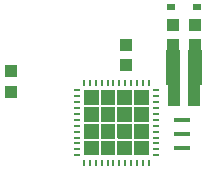
<source format=gbr>
G04 EAGLE Gerber RS-274X export*
G75*
%MOMM*%
%FSLAX34Y34*%
%LPD*%
%INSolderpaste Bottom*%
%IPPOS*%
%AMOC8*
5,1,8,0,0,1.08239X$1,22.5*%
G01*
%ADD10R,1.300000X1.500000*%
%ADD11R,1.100000X1.000000*%
%ADD12R,0.550000X0.254000*%
%ADD13R,0.254000X0.550000*%
%ADD14R,1.399997X0.400000*%
%ADD15R,0.800000X0.500000*%

G36*
X807103Y561199D02*
X807103Y561199D01*
X807105Y561198D01*
X807148Y561218D01*
X807192Y561236D01*
X807192Y561238D01*
X807194Y561239D01*
X807227Y561324D01*
X807227Y573548D01*
X807226Y573550D01*
X807227Y573552D01*
X807207Y573595D01*
X807189Y573639D01*
X807187Y573639D01*
X807186Y573641D01*
X807101Y573674D01*
X794877Y573674D01*
X794875Y573673D01*
X794873Y573674D01*
X794830Y573654D01*
X794786Y573636D01*
X794786Y573634D01*
X794784Y573633D01*
X794751Y573548D01*
X794751Y561324D01*
X794752Y561322D01*
X794751Y561320D01*
X794771Y561277D01*
X794789Y561233D01*
X794791Y561233D01*
X794792Y561231D01*
X794877Y561198D01*
X807101Y561198D01*
X807103Y561199D01*
G37*
G36*
X835551Y561199D02*
X835551Y561199D01*
X835553Y561198D01*
X835596Y561218D01*
X835640Y561236D01*
X835640Y561238D01*
X835642Y561239D01*
X835675Y561324D01*
X835675Y573548D01*
X835674Y573550D01*
X835675Y573552D01*
X835655Y573595D01*
X835637Y573639D01*
X835635Y573639D01*
X835634Y573641D01*
X835549Y573674D01*
X823325Y573674D01*
X823323Y573673D01*
X823321Y573674D01*
X823278Y573654D01*
X823234Y573636D01*
X823234Y573634D01*
X823232Y573633D01*
X823199Y573548D01*
X823199Y561324D01*
X823200Y561322D01*
X823199Y561320D01*
X823219Y561277D01*
X823237Y561233D01*
X823239Y561233D01*
X823240Y561231D01*
X823325Y561198D01*
X835549Y561198D01*
X835551Y561199D01*
G37*
G36*
X821327Y561199D02*
X821327Y561199D01*
X821329Y561198D01*
X821372Y561218D01*
X821416Y561236D01*
X821416Y561238D01*
X821418Y561239D01*
X821451Y561324D01*
X821451Y573548D01*
X821450Y573550D01*
X821451Y573552D01*
X821431Y573595D01*
X821413Y573639D01*
X821411Y573639D01*
X821410Y573641D01*
X821325Y573674D01*
X809101Y573674D01*
X809099Y573673D01*
X809097Y573674D01*
X809054Y573654D01*
X809010Y573636D01*
X809010Y573634D01*
X809008Y573633D01*
X808975Y573548D01*
X808975Y561324D01*
X808976Y561322D01*
X808975Y561320D01*
X808995Y561277D01*
X809013Y561233D01*
X809015Y561233D01*
X809016Y561231D01*
X809101Y561198D01*
X821325Y561198D01*
X821327Y561199D01*
G37*
G36*
X849775Y561199D02*
X849775Y561199D01*
X849777Y561198D01*
X849820Y561218D01*
X849864Y561236D01*
X849864Y561238D01*
X849866Y561239D01*
X849899Y561324D01*
X849899Y573548D01*
X849898Y573550D01*
X849899Y573552D01*
X849879Y573595D01*
X849861Y573639D01*
X849859Y573639D01*
X849858Y573641D01*
X849773Y573674D01*
X837549Y573674D01*
X837547Y573673D01*
X837545Y573674D01*
X837502Y573654D01*
X837458Y573636D01*
X837458Y573634D01*
X837456Y573633D01*
X837423Y573548D01*
X837423Y561324D01*
X837424Y561322D01*
X837423Y561320D01*
X837443Y561277D01*
X837461Y561233D01*
X837463Y561233D01*
X837464Y561231D01*
X837549Y561198D01*
X849773Y561198D01*
X849775Y561199D01*
G37*
G36*
X835551Y546975D02*
X835551Y546975D01*
X835553Y546974D01*
X835596Y546994D01*
X835640Y547012D01*
X835640Y547014D01*
X835642Y547015D01*
X835675Y547100D01*
X835675Y559324D01*
X835674Y559326D01*
X835675Y559328D01*
X835655Y559371D01*
X835637Y559415D01*
X835635Y559415D01*
X835634Y559417D01*
X835549Y559450D01*
X823325Y559450D01*
X823323Y559449D01*
X823321Y559450D01*
X823278Y559430D01*
X823234Y559412D01*
X823234Y559410D01*
X823232Y559409D01*
X823199Y559324D01*
X823199Y547100D01*
X823200Y547098D01*
X823199Y547096D01*
X823219Y547053D01*
X823237Y547009D01*
X823239Y547009D01*
X823240Y547007D01*
X823325Y546974D01*
X835549Y546974D01*
X835551Y546975D01*
G37*
G36*
X807103Y546975D02*
X807103Y546975D01*
X807105Y546974D01*
X807148Y546994D01*
X807192Y547012D01*
X807192Y547014D01*
X807194Y547015D01*
X807227Y547100D01*
X807227Y559324D01*
X807226Y559326D01*
X807227Y559328D01*
X807207Y559371D01*
X807189Y559415D01*
X807187Y559415D01*
X807186Y559417D01*
X807101Y559450D01*
X794877Y559450D01*
X794875Y559449D01*
X794873Y559450D01*
X794830Y559430D01*
X794786Y559412D01*
X794786Y559410D01*
X794784Y559409D01*
X794751Y559324D01*
X794751Y547100D01*
X794752Y547098D01*
X794751Y547096D01*
X794771Y547053D01*
X794789Y547009D01*
X794791Y547009D01*
X794792Y547007D01*
X794877Y546974D01*
X807101Y546974D01*
X807103Y546975D01*
G37*
G36*
X821327Y546975D02*
X821327Y546975D01*
X821329Y546974D01*
X821372Y546994D01*
X821416Y547012D01*
X821416Y547014D01*
X821418Y547015D01*
X821451Y547100D01*
X821451Y559324D01*
X821450Y559326D01*
X821451Y559328D01*
X821431Y559371D01*
X821413Y559415D01*
X821411Y559415D01*
X821410Y559417D01*
X821325Y559450D01*
X809101Y559450D01*
X809099Y559449D01*
X809097Y559450D01*
X809054Y559430D01*
X809010Y559412D01*
X809010Y559410D01*
X809008Y559409D01*
X808975Y559324D01*
X808975Y547100D01*
X808976Y547098D01*
X808975Y547096D01*
X808995Y547053D01*
X809013Y547009D01*
X809015Y547009D01*
X809016Y547007D01*
X809101Y546974D01*
X821325Y546974D01*
X821327Y546975D01*
G37*
G36*
X849775Y546975D02*
X849775Y546975D01*
X849777Y546974D01*
X849820Y546994D01*
X849864Y547012D01*
X849864Y547014D01*
X849866Y547015D01*
X849899Y547100D01*
X849899Y559324D01*
X849898Y559326D01*
X849899Y559328D01*
X849879Y559371D01*
X849861Y559415D01*
X849859Y559415D01*
X849858Y559417D01*
X849773Y559450D01*
X837549Y559450D01*
X837547Y559449D01*
X837545Y559450D01*
X837502Y559430D01*
X837458Y559412D01*
X837458Y559410D01*
X837456Y559409D01*
X837423Y559324D01*
X837423Y547100D01*
X837424Y547098D01*
X837423Y547096D01*
X837443Y547053D01*
X837461Y547009D01*
X837463Y547009D01*
X837464Y547007D01*
X837549Y546974D01*
X849773Y546974D01*
X849775Y546975D01*
G37*
G36*
X807103Y532751D02*
X807103Y532751D01*
X807105Y532750D01*
X807148Y532770D01*
X807192Y532788D01*
X807192Y532790D01*
X807194Y532791D01*
X807227Y532876D01*
X807227Y545100D01*
X807226Y545102D01*
X807227Y545104D01*
X807207Y545147D01*
X807189Y545191D01*
X807187Y545191D01*
X807186Y545193D01*
X807101Y545226D01*
X794877Y545226D01*
X794875Y545225D01*
X794873Y545226D01*
X794830Y545206D01*
X794786Y545188D01*
X794786Y545186D01*
X794784Y545185D01*
X794751Y545100D01*
X794751Y532876D01*
X794752Y532874D01*
X794751Y532872D01*
X794771Y532829D01*
X794789Y532785D01*
X794791Y532785D01*
X794792Y532783D01*
X794877Y532750D01*
X807101Y532750D01*
X807103Y532751D01*
G37*
G36*
X835551Y532751D02*
X835551Y532751D01*
X835553Y532750D01*
X835596Y532770D01*
X835640Y532788D01*
X835640Y532790D01*
X835642Y532791D01*
X835675Y532876D01*
X835675Y545100D01*
X835674Y545102D01*
X835675Y545104D01*
X835655Y545147D01*
X835637Y545191D01*
X835635Y545191D01*
X835634Y545193D01*
X835549Y545226D01*
X823325Y545226D01*
X823323Y545225D01*
X823321Y545226D01*
X823278Y545206D01*
X823234Y545188D01*
X823234Y545186D01*
X823232Y545185D01*
X823199Y545100D01*
X823199Y532876D01*
X823200Y532874D01*
X823199Y532872D01*
X823219Y532829D01*
X823237Y532785D01*
X823239Y532785D01*
X823240Y532783D01*
X823325Y532750D01*
X835549Y532750D01*
X835551Y532751D01*
G37*
G36*
X821327Y532751D02*
X821327Y532751D01*
X821329Y532750D01*
X821372Y532770D01*
X821416Y532788D01*
X821416Y532790D01*
X821418Y532791D01*
X821451Y532876D01*
X821451Y545100D01*
X821450Y545102D01*
X821451Y545104D01*
X821431Y545147D01*
X821413Y545191D01*
X821411Y545191D01*
X821410Y545193D01*
X821325Y545226D01*
X809101Y545226D01*
X809099Y545225D01*
X809097Y545226D01*
X809054Y545206D01*
X809010Y545188D01*
X809010Y545186D01*
X809008Y545185D01*
X808975Y545100D01*
X808975Y532876D01*
X808976Y532874D01*
X808975Y532872D01*
X808995Y532829D01*
X809013Y532785D01*
X809015Y532785D01*
X809016Y532783D01*
X809101Y532750D01*
X821325Y532750D01*
X821327Y532751D01*
G37*
G36*
X849775Y532751D02*
X849775Y532751D01*
X849777Y532750D01*
X849820Y532770D01*
X849864Y532788D01*
X849864Y532790D01*
X849866Y532791D01*
X849899Y532876D01*
X849899Y545100D01*
X849898Y545102D01*
X849899Y545104D01*
X849879Y545147D01*
X849861Y545191D01*
X849859Y545191D01*
X849858Y545193D01*
X849773Y545226D01*
X837549Y545226D01*
X837547Y545225D01*
X837545Y545226D01*
X837502Y545206D01*
X837458Y545188D01*
X837458Y545186D01*
X837456Y545185D01*
X837423Y545100D01*
X837423Y532876D01*
X837424Y532874D01*
X837423Y532872D01*
X837443Y532829D01*
X837461Y532785D01*
X837463Y532785D01*
X837464Y532783D01*
X837549Y532750D01*
X849773Y532750D01*
X849775Y532751D01*
G37*
G36*
X821327Y518527D02*
X821327Y518527D01*
X821329Y518526D01*
X821372Y518546D01*
X821416Y518564D01*
X821416Y518566D01*
X821418Y518567D01*
X821451Y518652D01*
X821451Y530876D01*
X821450Y530878D01*
X821451Y530880D01*
X821431Y530923D01*
X821413Y530967D01*
X821411Y530967D01*
X821410Y530969D01*
X821325Y531002D01*
X809101Y531002D01*
X809099Y531001D01*
X809097Y531002D01*
X809054Y530982D01*
X809010Y530964D01*
X809010Y530962D01*
X809008Y530961D01*
X808975Y530876D01*
X808975Y518652D01*
X808976Y518650D01*
X808975Y518648D01*
X808995Y518605D01*
X809013Y518561D01*
X809015Y518561D01*
X809016Y518559D01*
X809101Y518526D01*
X821325Y518526D01*
X821327Y518527D01*
G37*
G36*
X835551Y518527D02*
X835551Y518527D01*
X835553Y518526D01*
X835596Y518546D01*
X835640Y518564D01*
X835640Y518566D01*
X835642Y518567D01*
X835675Y518652D01*
X835675Y530876D01*
X835674Y530878D01*
X835675Y530880D01*
X835655Y530923D01*
X835637Y530967D01*
X835635Y530967D01*
X835634Y530969D01*
X835549Y531002D01*
X823325Y531002D01*
X823323Y531001D01*
X823321Y531002D01*
X823278Y530982D01*
X823234Y530964D01*
X823234Y530962D01*
X823232Y530961D01*
X823199Y530876D01*
X823199Y518652D01*
X823200Y518650D01*
X823199Y518648D01*
X823219Y518605D01*
X823237Y518561D01*
X823239Y518561D01*
X823240Y518559D01*
X823325Y518526D01*
X835549Y518526D01*
X835551Y518527D01*
G37*
G36*
X849775Y518527D02*
X849775Y518527D01*
X849777Y518526D01*
X849820Y518546D01*
X849864Y518564D01*
X849864Y518566D01*
X849866Y518567D01*
X849899Y518652D01*
X849899Y530876D01*
X849898Y530878D01*
X849899Y530880D01*
X849879Y530923D01*
X849861Y530967D01*
X849859Y530967D01*
X849858Y530969D01*
X849773Y531002D01*
X837549Y531002D01*
X837547Y531001D01*
X837545Y531002D01*
X837502Y530982D01*
X837458Y530964D01*
X837458Y530962D01*
X837456Y530961D01*
X837423Y530876D01*
X837423Y518652D01*
X837424Y518650D01*
X837423Y518648D01*
X837443Y518605D01*
X837461Y518561D01*
X837463Y518561D01*
X837464Y518559D01*
X837549Y518526D01*
X849773Y518526D01*
X849775Y518527D01*
G37*
G36*
X807103Y518527D02*
X807103Y518527D01*
X807105Y518526D01*
X807148Y518546D01*
X807192Y518564D01*
X807192Y518566D01*
X807194Y518567D01*
X807227Y518652D01*
X807227Y530876D01*
X807226Y530878D01*
X807227Y530880D01*
X807207Y530923D01*
X807189Y530967D01*
X807187Y530967D01*
X807186Y530969D01*
X807101Y531002D01*
X794877Y531002D01*
X794875Y531001D01*
X794873Y531002D01*
X794830Y530982D01*
X794786Y530964D01*
X794786Y530962D01*
X794784Y530961D01*
X794751Y530876D01*
X794751Y518652D01*
X794752Y518650D01*
X794751Y518648D01*
X794771Y518605D01*
X794789Y518561D01*
X794791Y518561D01*
X794792Y518559D01*
X794877Y518526D01*
X807101Y518526D01*
X807103Y518527D01*
G37*
D10*
X869975Y585788D03*
X888975Y585788D03*
D11*
X870975Y574675D03*
X887975Y574675D03*
X870975Y565150D03*
X887975Y565150D03*
D10*
X869975Y600075D03*
X888975Y600075D03*
D11*
X869950Y612213D03*
X869950Y629213D03*
X830263Y594750D03*
X830263Y611750D03*
X889000Y629213D03*
X889000Y612213D03*
X733425Y572525D03*
X733425Y589525D03*
D12*
X856125Y573607D03*
X856125Y568606D03*
X856125Y563604D03*
X856125Y558603D03*
X856125Y553602D03*
X856125Y548601D03*
X856125Y543599D03*
X856125Y538598D03*
X856125Y533597D03*
X856125Y528596D03*
X856125Y523594D03*
X856125Y518593D03*
D13*
X849832Y512300D03*
X844831Y512300D03*
X839829Y512300D03*
X834828Y512300D03*
X829827Y512300D03*
X824826Y512300D03*
X819824Y512300D03*
X814823Y512300D03*
X809822Y512300D03*
X804821Y512300D03*
X799819Y512300D03*
X794818Y512300D03*
D12*
X788525Y518593D03*
X788525Y523594D03*
X788525Y528596D03*
X788525Y533597D03*
X788525Y538598D03*
X788525Y543599D03*
X788525Y548601D03*
X788525Y553602D03*
X788525Y558603D03*
X788525Y563604D03*
X788525Y568606D03*
X788525Y573607D03*
D13*
X794818Y579900D03*
X799819Y579900D03*
X804821Y579900D03*
X809822Y579900D03*
X814823Y579900D03*
X819824Y579900D03*
X824826Y579900D03*
X829827Y579900D03*
X834828Y579900D03*
X839829Y579900D03*
X844831Y579900D03*
X849832Y579900D03*
D14*
X877888Y524575D03*
X877888Y536575D03*
X877888Y548575D03*
D15*
X890475Y644525D03*
X868475Y644525D03*
M02*

</source>
